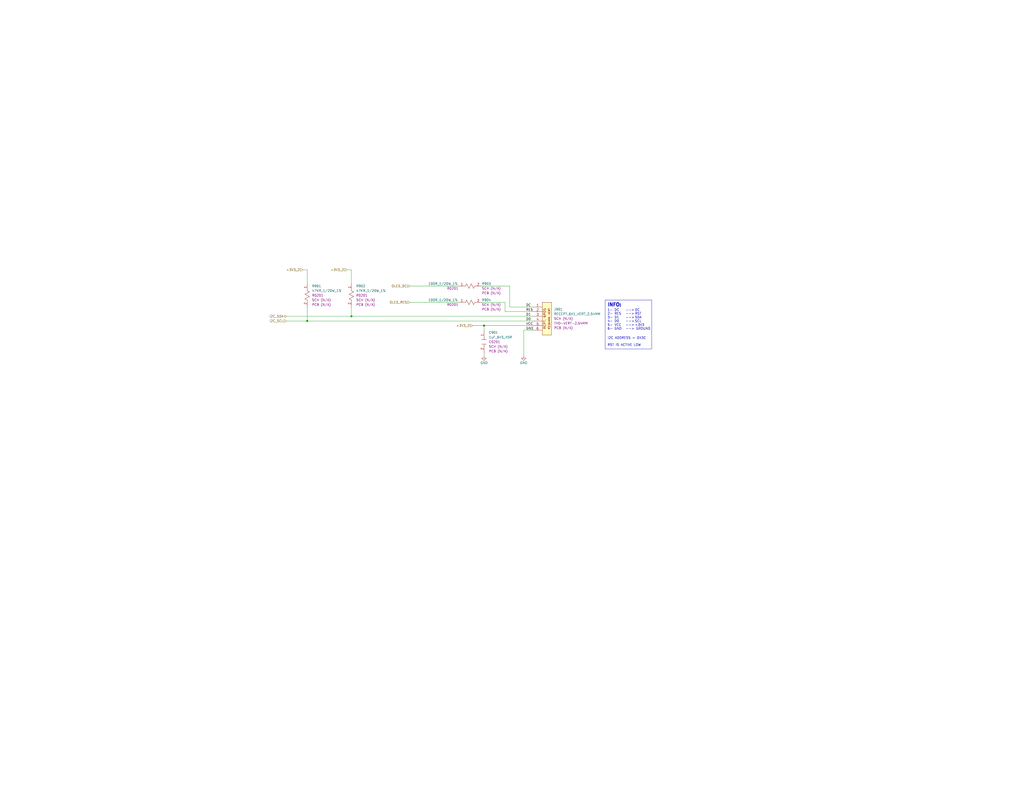
<source format=kicad_sch>
(kicad_sch (version 20230121) (generator eeschema)
  (paper "C")
  (title_block (title "Blender") (date "2023/09/18") (rev "v1.0") (company "Mend0z0") (comment 1 "v1.0") (comment 2 "RELEASED") (comment 3 "Siavash Taher Parvar") (comment 4 "_BOM_Blender_v1.0.html") (comment 5 "_HW_Blender.kicad_pcb") (comment 6 "_GBR_Blender_v1.0") (comment 7 "_ASM_Blender_v1.0") (comment 8 "N/A") (comment 9 "Initial version"))
  (lib_symbols
    (symbol "_SCHLIB_Blender:CAP_CER_1uF_6V3_X5R_C0201"
      (property "Reference" "C" (at 2.54 3.81 0))
      (property "Value" "1uF_6V3_X5R" (at 2.54 6.35 0))
      (property "Package" "C0201" (at 2.54 34.29 0))
      (property "SCH CHECK" "SCH (N/A)" (at 2.54 31.75 0))
      (property "PCB CHECk" "PCB (N/A)" (at 2.54 29.21 0))
      (symbol "CAP_CER_1uF_6V3_X5R_C0201_0_0"
        (polyline (pts (xy 5.08 1.27) (xy 5.08 -1.27)))
        (polyline (pts (xy 7.62 1.27) (xy 7.62 -1.27)))
      )
      (symbol "CAP_CER_1uF_6V3_X5R_C0201_1_1"
        (pin passive line (at 0 0 0) (length 5.08) (name "") (number "1"))
        (pin passive line (at 12.7 0 180) (length 5.08) (name "") (number "2"))
      )
    )
    (symbol "_SCHLIB_Blender:CONN_RECEPT_6POS_1ROW_VERT_2.54MM"
      (property "Reference" "J" (at 2.54 2.54 0))
      (property "Value" "RECEPT_6X1_VERT_2.54MM" (at 2.54 5.08 0))
      (property "Package" "THD-VERT-2.54MM" (at 2.54 33.02 0))
      (property "SCH CHECK" "SCH (N/A)" (at 2.54 30.48 0))
      (property "PCB CHECk" "PCB (N/A)" (at 2.54 27.94 0))
      (symbol "CONN_RECEPT_6POS_1ROW_VERT_2.54MM_0_0"
        (text "P2.54MM, VERT" (at 3.81 -8.89 900) (effects (font (size 1.016 1.016))))
        (text "RCPT, 6POS" (at 1.27 -8.89 900) (effects (font (size 1.27 1.27))))
      )
      (symbol "CONN_RECEPT_6POS_1ROW_VERT_2.54MM_0_1"
        (rectangle (start 0 0) (end 5.08 -17.78) (fill (type background)))
      )
      (symbol "CONN_RECEPT_6POS_1ROW_VERT_2.54MM_1_1"
        (pin passive line (at -5.08 -2.54 0) (length 5.08) (name "") (number "1"))
        (pin passive line (at -5.08 -5.08 0) (length 5.08) (name "") (number "2"))
        (pin passive line (at -5.08 -7.62 0) (length 5.08) (name "") (number "3"))
        (pin passive line (at -5.08 -10.16 0) (length 5.08) (name "") (number "4"))
        (pin passive line (at -5.08 -12.7 0) (length 5.08) (name "") (number "5"))
        (pin passive line (at -5.08 -15.24 0) (length 5.08) (name "") (number "6"))
      )
    )
    (symbol "_SCHLIB_Blender:RES_100R_1/20W_1%_R0201"
      (property "Reference" "R" (at 2.54 3.81 0))
      (property "Value" "100R_1/20W_1%" (at 2.54 6.35 0))
      (property "Package" "R0201" (at 2.54 34.29 0))
      (property "SCH CHECK" "SCH (N/A)" (at 2.54 31.75 0))
      (property "PCB CHECk" "PCB (N/A)" (at 2.54 29.21 0))
      (symbol "RES_100R_1/20W_1%_R0201_0_0"
        (polyline (pts (xy 3.81 0) (xy 4.445 1.27) (xy 5.715 -1.27) (xy 6.985 1.27) (xy 8.255 -1.27) (xy 8.89 0)))
      )
      (symbol "RES_100R_1/20W_1%_R0201_1_1"
        (pin passive line (at 0 0 0) (length 3.81) (name "") (number "1"))
        (pin passive line (at 12.7 0 180) (length 3.81) (name "") (number "2"))
      )
    )
    (symbol "_SCHLIB_Blender:RES_47KR_1/20W_1%_R0201"
      (property "Reference" "R" (at 2.54 3.81 0))
      (property "Value" "47KR_1/20W_1%" (at 2.54 6.35 0))
      (property "Package" "R0201" (at 2.54 34.29 0))
      (property "SCH CHECK" "SCH (N/A)" (at 2.54 31.75 0))
      (property "PCB CHECk" "PCB (N/A)" (at 2.54 29.21 0))
      (symbol "RES_47KR_1/20W_1%_R0201_0_0"
        (polyline (pts (xy 3.81 0) (xy 4.445 1.27) (xy 5.715 -1.27) (xy 6.985 1.27) (xy 8.255 -1.27) (xy 8.89 0)))
      )
      (symbol "RES_47KR_1/20W_1%_R0201_1_1"
        (pin passive line (at 0 0 0) (length 3.81) (name "") (number "1"))
        (pin passive line (at 12.7 0 180) (length 3.81) (name "") (number "2"))
      )
    )
    (symbol "power:GND" (power) (pin_names (offset 0))
      (property "Value" "GND" (at 0 -3.81 0))
      (symbol "GND_0_1"
        (polyline (pts (xy 0 0) (xy 0 -1.27) (xy 1.27 -1.27) (xy 0 -2.54) (xy -1.27 -1.27) (xy 0 -1.27)))
      )
      (symbol "GND_1_1"
        (pin power_in line (at 0 0 270) (length 0) hide (name "GND") (number "1"))
      )
    )
  )
  (junction (at 191.77 172.72))
  (junction (at 167.64 175.26))
  (junction (at 264.16 177.8))
  (wire (pts (xy 278.13 156.21) (xy 278.13 167.64)))
  (wire (pts (xy 167.64 147.32) (xy 167.64 154.94)))
  (wire (pts (xy 262.89 156.21) (xy 278.13 156.21)))
  (wire (pts (xy 191.77 147.32) (xy 191.77 154.94)))
  (polyline (pts (xy 355.6 190.5) (xy 330.2 190.5)))
  (wire (pts (xy 167.64 175.26) (xy 290.83 175.26)))
  (wire (pts (xy 223.52 165.1) (xy 250.19 165.1)))
  (wire (pts (xy 285.75 180.34) (xy 290.83 180.34)))
  (wire (pts (xy 156.21 172.72) (xy 191.77 172.72)))
  (wire (pts (xy 189.23 147.32) (xy 191.77 147.32)))
  (wire (pts (xy 262.89 165.1) (xy 275.59 165.1)))
  (wire (pts (xy 191.77 172.72) (xy 290.83 172.72)))
  (wire (pts (xy 278.13 167.64) (xy 290.83 167.64)))
  (wire (pts (xy 167.64 167.64) (xy 167.64 175.26)))
  (wire (pts (xy 223.52 156.21) (xy 250.19 156.21)))
  (wire (pts (xy 285.75 194.31) (xy 285.75 180.34)))
  (wire (pts (xy 264.16 194.31) (xy 264.16 193.04)))
  (wire (pts (xy 156.21 175.26) (xy 167.64 175.26)))
  (polyline (pts (xy 330.2 163.83) (xy 355.6 163.83)))
  (polyline (pts (xy 330.2 190.5) (xy 330.2 163.83)))
  (wire (pts (xy 275.59 170.18) (xy 290.83 170.18)))
  (polyline (pts (xy 355.6 163.83) (xy 355.6 190.5)))
  (wire (pts (xy 290.83 177.8) (xy 264.16 177.8)))
  (wire (pts (xy 257.81 177.8) (xy 264.16 177.8)))
  (wire (pts (xy 264.16 177.8) (xy 264.16 180.34)))
  (wire (pts (xy 165.1 147.32) (xy 167.64 147.32)))
  (wire (pts (xy 275.59 165.1) (xy 275.59 170.18)))
  (wire (pts (xy 191.77 167.64) (xy 191.77 172.72)))
  (text "RST IS ACTIVE LOW" (at 331.47 189.23 0) (effects (font (size 1.27 1.27)) (justify left bottom)))
  (text "1- DC	-->	DC\n2- RES	-->	RST\n3- D1	-->	SDA\n4- D0	-->	SCL\n5- VCC	-->	+3V3\n6- GND	--> GROUND" (at 331.47 180.34 0) (effects (font (size 1.27 1.27)) (justify left bottom)))
  (text "INFO:" (at 331.47 167.64 0) (effects (font (size 1.85 1.85) (thickness 0.4) bold) (justify left bottom)))
  (text "I2C ADDRESS = 0X3C" (at 331.47 185.42 0) (effects (font (size 1.27 1.27)) (justify left bottom)))
  (label "GND" (at 287.02 180.34 0))
  (label "RES" (at 287.02 170.18 0))
  (label "VCC" (at 287.02 177.8 0))
  (label "D0" (at 287.02 175.26 0))
  (label "DC" (at 287.02 167.64 0))
  (label "D1" (at 287.02 172.72 0))
  (hierarchical_label "+3V3_2" (shape input) (at 257.81 177.8 180))
  (hierarchical_label "I2C_SCL" (shape input) (at 156.21 175.26 180))
  (hierarchical_label "+3V3_2" (shape input) (at 165.1 147.32 180))
  (hierarchical_label "OLED_DC" (shape input) (at 223.52 156.21 180))
  (hierarchical_label "OLED_RES" (shape input) (at 223.52 165.1 180))
  (hierarchical_label "+3V3_2" (shape input) (at 189.23 147.32 180))
  (hierarchical_label "I2C_SDA" (shape bidirectional) (at 156.21 172.72 180))
  (symbol (lib_id "_SCHLIB_Blender:CAP_CER_1uF_6V3_X5R_C0201") (at 264.16 180.34 270) (unit 1)
    (property "Reference" "C901" (at 266.7 181.61 90) (effects (justify left)))
    (property "Value" "1uF_6V3_X5R" (at 266.7 184.15 90) (effects (justify left)))
    (property "Footprint" "Capacitor_SMD:C_0201_0603Metric" (effects hide))
    (property "Datasheet" "http://weblib.samsungsem.com/mlcc/mlcc-ec-data-sheet.do?partNumber=CL03A105MQ3CSN" (effects hide))
    (property "Description" "1 µF ±20% 6.3V Ceramic Capacitor X5R 0201 (0603 Metric)" (effects hide))
    (property "Link" "https://www.digikey.ca/en/products/detail/samsung-electro-mechanics/CL03A105MQ3CSNH/3894097" (effects hide))
    (property "SCH CHECK" "SCH (N/A)" (at 266.7 189.23 90) (effects (justify left)))
    (property "Package" "C0201" (at 266.7 186.69 90) (effects (justify left)))
    (property "Part Number (Manufacturer)" "CL03A105MQ3CSNH" (effects hide))
    (property "Manufacturer" "Samsung Electro-Mechanics" (effects hide))
    (property "Part Number (Vendor)" "1276-6441-2-ND" (effects hide))
    (property "Vendor" "Digikey" (effects hide))
    (property "PCB CHECk" "PCB (N/A)" (at 266.7 191.77 90) (effects (justify left)))
  )
  (symbol (lib_id "_SCHLIB_Blender:RES_47KR_1/20W_1%_R0201") (at 167.64 154.94 270) (unit 1)
    (property "Reference" "R901" (at 170.18 156.21 90) (effects (justify left)))
    (property "Value" "47KR_1/20W_1%" (at 170.18 158.75 90) (effects (justify left)))
    (property "Footprint" "Resistor_SMD:R_0201_0603Metric" (effects hide))
    (property "Datasheet" "https://www.yageo.com/upload/media/product/productsearch/datasheet/rchip/PYu-AC_51_RoHS_L_9.pdf" (effects hide))
    (property "Description" "47 kOhms ±1% 0.05W, 1/20W Chip Resistor 0201 (0603 Metric) Automotive AEC-Q200, Moisture Resistant Thick Film" (effects hide))
    (property "Link" "https://www.digikey.ca/en/products/detail/yageo/AC0201FR-0747KL/5894664" (effects hide))
    (property "SCH CHECK" "SCH (N/A)" (at 170.18 163.83 90) (effects (justify left)))
    (property "Package" "R0201" (at 170.18 161.29 90) (effects (justify left)))
    (property "Part Number (Manufacturer)" "AC0201FR-0747KL" (effects hide))
    (property "Manufacturer" "YAGEO" (effects hide))
    (property "Part Number (Vendor)" "YAG3425TR-ND" (effects hide))
    (property "Vendor" "Digikey" (effects hide))
    (property "PCB CHECk" "PCB (N/A)" (at 170.18 166.37 90) (effects (justify left)))
  )
  (symbol (lib_id "_SCHLIB_Blender:RES_100R_1/20W_1%_R0201") (at 250.19 156.21 0) (unit 1)
    (property "Reference" "R903" (at 265.43 154.94 0))
    (property "Value" "100R_1/20W_1%" (at 233.68 154.94 0) (effects (justify left)))
    (property "Footprint" "Resistor_SMD:R_0201_0603Metric" (effects hide))
    (property "Datasheet" "https://www.seielect.com/Catalog/SEI-RMCF_RMCP.pdf" (effects hide))
    (property "Description" "100 Ohms ±1% 0.05W, 1/20W Chip Resistor 0201 (0603 Metric) Thick Film" (effects hide))
    (property "Link" "https://www.digikey.ca/en/products/detail/stackpole-electronics-inc/RMCF0201FT100R/1714988" (effects hide))
    (property "SCH CHECK" "SCH (N/A)" (at 262.89 157.48 0) (effects (justify left)))
    (property "Package" "R0201" (at 243.84 157.48 0) (effects (justify left)))
    (property "Part Number (Manufacturer)" "RMCF0201FT100R" (effects hide))
    (property "Manufacturer" "Stackpole Electronics Inc" (effects hide))
    (property "Part Number (Vendor)" "RMCF0201FT100RTR-ND" (effects hide))
    (property "Vendor" "Digikey" (effects hide))
    (property "PCB CHECk" "PCB (N/A)" (at 262.89 160.02 0) (effects (justify left)))
  )
  (symbol (lib_id "power:GND") (at 285.75 194.31 0) (unit 1)
    (property "Reference" "#PWR0902" (effects hide))
    (property "Value" "GND" (at 285.75 198.12 0))
  )
  (symbol (lib_id "_SCHLIB_Blender:RES_100R_1/20W_1%_R0201") (at 250.19 165.1 0) (unit 1)
    (property "Reference" "R904" (at 265.43 163.83 0))
    (property "Value" "100R_1/20W_1%" (at 233.68 163.83 0) (effects (justify left)))
    (property "Footprint" "Resistor_SMD:R_0201_0603Metric" (effects hide))
    (property "Datasheet" "https://www.seielect.com/Catalog/SEI-RMCF_RMCP.pdf" (effects hide))
    (property "Description" "100 Ohms ±1% 0.05W, 1/20W Chip Resistor 0201 (0603 Metric) Thick Film" (effects hide))
    (property "Link" "https://www.digikey.ca/en/products/detail/stackpole-electronics-inc/RMCF0201FT100R/1714988" (effects hide))
    (property "SCH CHECK" "SCH (N/A)" (at 262.89 166.37 0) (effects (justify left)))
    (property "Package" "R0201" (at 243.84 166.37 0) (effects (justify left)))
    (property "Part Number (Manufacturer)" "RMCF0201FT100R" (effects hide))
    (property "Manufacturer" "Stackpole Electronics Inc" (effects hide))
    (property "Part Number (Vendor)" "RMCF0201FT100RTR-ND" (effects hide))
    (property "Vendor" "Digikey" (effects hide))
    (property "PCB CHECk" "PCB (N/A)" (at 262.89 168.91 0) (effects (justify left)))
  )
  (symbol (lib_id "_SCHLIB_Blender:CONN_RECEPT_6POS_1ROW_VERT_2.54MM") (at 295.91 165.1 0) (unit 1)
    (property "Reference" "J901" (at 302.26 168.91 0) (effects (justify left)))
    (property "Value" "RECEPT_6X1_VERT_2.54MM" (at 302.26 171.45 0) (effects (justify left)))
    (property "Footprint" "Connector_PinSocket_2.54mm:PinSocket_1x06_P2.54mm_Vertical" (effects hide))
    (property "Datasheet" "https://mm.digikey.com/Volume0/opasdata/d220001/medias/docus/937/Female_Headers.100_DS.pdf" (effects hide))
    (property "Description" "6 Position Header Connector 0.100\" (2.54mm) Through Hole Tin" (effects hide))
    (property "Link" "https://www.digikey.ca/en/products/detail/sullins-connector-solutions/PPTC061LFBN-RC/810145" (effects hide))
    (property "SCH CHECK" "SCH (N/A)" (at 302.26 173.99 0) (effects (justify left)))
    (property "Part Number (Manufacturer)" "PPTC061LFBN-RC" (effects hide))
    (property "Package" "THD-VERT-2.54MM" (at 302.26 176.53 0) (effects (justify left)))
    (property "Manufacturer" "Sullins Connector Solutions" (effects hide))
    (property "Part Number (Vendor)" "S7004-ND" (effects hide))
    (property "Vendor" "Digikey" (effects hide))
    (property "PCB CHECk" "PCB (N/A)" (at 302.26 179.07 0) (effects (justify left)))
  )
  (symbol (lib_id "power:GND") (at 264.16 194.31 0) (unit 1)
    (property "Reference" "#PWR0901" (effects hide))
    (property "Value" "GND" (at 264.16 198.12 0))
  )
  (symbol (lib_id "_SCHLIB_Blender:RES_47KR_1/20W_1%_R0201") (at 191.77 154.94 270) (unit 1)
    (property "Reference" "R902" (at 194.31 156.21 90) (effects (justify left)))
    (property "Value" "47KR_1/20W_1%" (at 194.31 158.75 90) (effects (justify left)))
    (property "Footprint" "Resistor_SMD:R_0201_0603Metric" (effects hide))
    (property "Datasheet" "https://www.yageo.com/upload/media/product/productsearch/datasheet/rchip/PYu-AC_51_RoHS_L_9.pdf" (effects hide))
    (property "Description" "47 kOhms ±1% 0.05W, 1/20W Chip Resistor 0201 (0603 Metric) Automotive AEC-Q200, Moisture Resistant Thick Film" (effects hide))
    (property "Link" "https://www.digikey.ca/en/products/detail/yageo/AC0201FR-0747KL/5894664" (effects hide))
    (property "SCH CHECK" "SCH (N/A)" (at 194.31 163.83 90) (effects (justify left)))
    (property "Package" "R0201" (at 194.31 161.29 90) (effects (justify left)))
    (property "Part Number (Manufacturer)" "AC0201FR-0747KL" (effects hide))
    (property "Manufacturer" "YAGEO" (effects hide))
    (property "Part Number (Vendor)" "YAG3425TR-ND" (effects hide))
    (property "Vendor" "Digikey" (effects hide))
    (property "PCB CHECk" "PCB (N/A)" (at 194.31 166.37 90) (effects (justify left)))
  )
)
</source>
